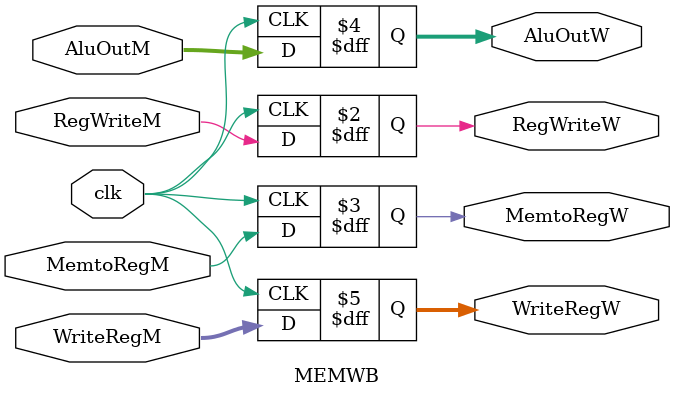
<source format=v>
module MEMWB(
				input clk,
				input RegWriteM,MemtoRegM,
//				input[31:0] MemOut,
				input [31:0] AluOutM,
				input[4:0] WriteRegM,
				output reg RegWriteW,
				output reg MemtoRegW,
//				output reg [31:0] ReadDataW,
				output reg [31:0]AluOutW,
				output reg [4:0] WriteRegW);
always @(posedge clk)
	
			begin
				RegWriteW <= RegWriteM;
				MemtoRegW <= MemtoRegM;
//				ReadDataW <= MemOut;
				AluOutW <= AluOutM;
				WriteRegW <= WriteRegM;
			end

endmodule

</source>
